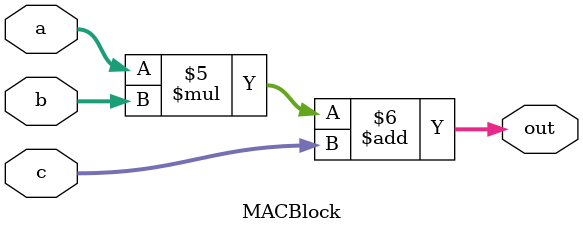
<source format=v>
`timescale 1ns / 1ps



module HalfBand1 (
	input clk,
	input clkdiv,
	input rst,
	input [16:0] x_in,
	output reg [16:0] y_out 
);

//Fixed Coefficients for Halfband Filter
//following numbers are in Q(1,20) format, sign extended to Q(5,20)
reg[24:0] HB1coff0 = {{4{1'b0}},21'h002090};
//coff1 is not used
reg[24:0] HB1coff2 = {{4{1'b1}},21'h1F2158};
//coff3 is not used
reg[24:0] HB1coff4 = {{4{1'b0}},21'h04BE38};
reg[24:0] HB1coff5 = {{4{1'b0}},21'h080000};

reg[17:0] D[9:0]; //Delay Registers
reg[47:0] r[8:0];//Sum Registers

//NAIVE APPROACH, TODO REFACTOR
//TODO USE DSP48E ?

MACBlock m0(HB1coff0,{{1{1'b0}},x_in},48'b0,r[0]);//Sign extend x_in
MACBlock m1(HB1coff2,D[1],r[0],r[1]);
MACBlock m2(HB1coff4,D[3],r[1],r[2]);
MACBlock m3(HB1coff5,D[4],r[2],r[3]);
MACBlock m4(HB1coff4,D[5],r[3],r[4]);
MACBlock m5(HB1coff2,D[7],r[4],r[5]);
MACBlock m6(HB1coff0,D[9],r[5],r[6]);

integer i;
always @(posedge clk or posedge rst) begin 
	if(rst) begin 
		for(i = 0; i < 10; i = i + 1) D[i] <= 0;
	end
        else begin
		for(i = 1; i< 10; i = i + 1) D[i] <= D[i-1];
                D[0] <= {{1{1'b0}},x_in};
	end
end

initial begin 
	y_out <= 0;
end

always @(posedge clkdiv or posedge rst) begin 
	if(rst) begin 
		y_out <= 0;
	end 
	else begin 
		y_out <= r[6]>>20;
	end
end



endmodule

module HalfBand2 ( 
	input clk,
	input clkdiv,
	input rst,
	input [17:0] x_in, //TODO CHECK ON THIS
	output reg [17:0] y_out 
);

reg[24:0] HB2coff0 = {{4{1'b0}},21'h000180};
reg[24:0] HB2coff2 = {{4{1'b1}},21'h1FF7D0};
reg[24:0] HB2coff4 = {{4{1'b0}},21'h001B38};
reg[24:0] HB2coff6 = {{4{1'b1}},21'h1FB928};
reg[24:0] HB2coff8 = {{4{1'b0}},21'h00A188};
reg[24:0] HB2coff10 ={{4{1'b1}},21'h1E9110};
reg[24:0] HB2coff12 ={{4{1'b0}},21'h04FFb0};
reg[24:0] HB2coff13 ={{4{1'b0}},21'h080000};

//reg[24:0] coff0 = 18'h00180;
//reg[24:0] coff2 = 18'h3F7D0;
//reg[24:0] coff4 = 18'h01B38;
//reg[24:0] coff6 = 18'h3B928;
//reg[24:0] coff8 = 18'h0A188;
//reg[24:0] coff10= 18'h29110;
//reg[24:0] coff12= 18'h4FFB0; //TODO
//reg[24:0] coff13= 18'h10000;

reg[17:0] D[26:0]; //Delay Registers
reg[47:0] r[14:0];//Sum Registers


MACBlock m0(HB2coff0,x_in,48'b0,r[0]);
MACBlock m1(HB2coff2,D[1],r[0],r[1]);
MACBlock m2(HB2coff4,D[3],r[1],r[2]);
MACBlock m3(HB2coff6,D[5],r[2],r[3]);
MACBlock m4(HB2coff8,D[7],r[3],r[4]);
MACBlock m5(HB2coff10,D[9],r[4],r[5]);
MACBlock m6(HB2coff12,D[11],r[5],r[6]);
MACBlock m7(HB2coff13,D[12],r[6],r[7]);
MACBlock m8(HB2coff12,D[13],r[7],r[8]);
MACBlock m9(HB2coff10,D[15],r[8],r[9]);
MACBlock m10(HB2coff8,D[17],r[9],r[10]);
MACBlock m11(HB2coff6,D[19],r[10],r[11]);
MACBlock m12(HB2coff4,D[21],r[11],r[12]);
MACBlock m13(HB2coff2,D[23],r[12],r[13]);
MACBlock m14(HB2coff0,D[25],r[13],r[14]);


integer i;
always @(posedge clk or posedge rst) begin 
	if(rst) begin 
		for(i = 0; i < 26; i = i + 1) D[i] <= 0;
	end
        else begin
		for(i = 1; i < 26; i = i + 1) D[i] <= D[i-1];
                D[0] <= {{1{1'b0}},x_in};
	end
end
initial begin 
	y_out <= 0;
end
always @(posedge clkdiv or posedge rst) begin 
	if(rst) begin 
		y_out <= 0;
	end 
	else begin 
		y_out <= r[14]>>18;
	end
end

endmodule


module MACBlock ( //TEMPORARY FOR IVERILOG COMPILATION
	input signed [24:0] a,
	input signed [17:0] b,
	input signed [47:0] c,
	output signed [47:0] out
);
//TODO INTRODUCE ACTUAL DSP48E FUNCTIONALITY
assign out = (a*b) + c;

endmodule

</source>
